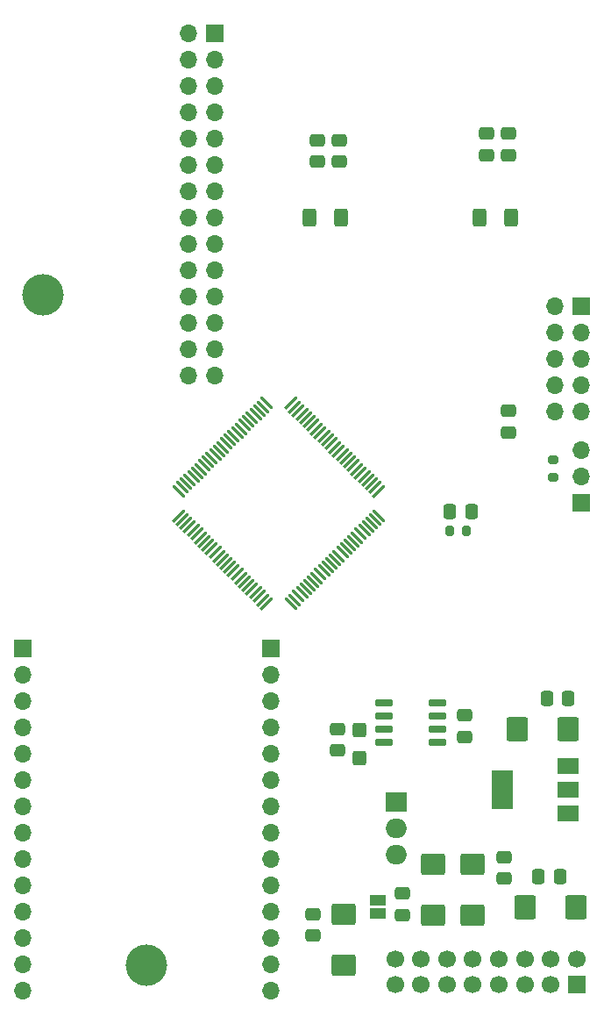
<source format=gbr>
%TF.GenerationSoftware,KiCad,Pcbnew,(6.0.6)*%
%TF.CreationDate,2022-11-26T14:51:24+01:00*%
%TF.ProjectId,wt,77742e6b-6963-4616-945f-706362585858,rev?*%
%TF.SameCoordinates,Original*%
%TF.FileFunction,Soldermask,Bot*%
%TF.FilePolarity,Negative*%
%FSLAX46Y46*%
G04 Gerber Fmt 4.6, Leading zero omitted, Abs format (unit mm)*
G04 Created by KiCad (PCBNEW (6.0.6)) date 2022-11-26 14:51:24*
%MOMM*%
%LPD*%
G01*
G04 APERTURE LIST*
G04 Aperture macros list*
%AMRoundRect*
0 Rectangle with rounded corners*
0 $1 Rounding radius*
0 $2 $3 $4 $5 $6 $7 $8 $9 X,Y pos of 4 corners*
0 Add a 4 corners polygon primitive as box body*
4,1,4,$2,$3,$4,$5,$6,$7,$8,$9,$2,$3,0*
0 Add four circle primitives for the rounded corners*
1,1,$1+$1,$2,$3*
1,1,$1+$1,$4,$5*
1,1,$1+$1,$6,$7*
1,1,$1+$1,$8,$9*
0 Add four rect primitives between the rounded corners*
20,1,$1+$1,$2,$3,$4,$5,0*
20,1,$1+$1,$4,$5,$6,$7,0*
20,1,$1+$1,$6,$7,$8,$9,0*
20,1,$1+$1,$8,$9,$2,$3,0*%
G04 Aperture macros list end*
%ADD10C,4.000000*%
%ADD11R,1.700000X1.700000*%
%ADD12O,1.700000X1.700000*%
%ADD13RoundRect,0.250000X0.475000X-0.337500X0.475000X0.337500X-0.475000X0.337500X-0.475000X-0.337500X0*%
%ADD14RoundRect,0.200000X0.200000X0.275000X-0.200000X0.275000X-0.200000X-0.275000X0.200000X-0.275000X0*%
%ADD15RoundRect,0.250000X-0.787500X-0.925000X0.787500X-0.925000X0.787500X0.925000X-0.787500X0.925000X0*%
%ADD16RoundRect,0.250000X-0.337500X-0.475000X0.337500X-0.475000X0.337500X0.475000X-0.337500X0.475000X0*%
%ADD17RoundRect,0.250000X-0.475000X0.337500X-0.475000X-0.337500X0.475000X-0.337500X0.475000X0.337500X0*%
%ADD18RoundRect,0.250000X-0.400000X-0.625000X0.400000X-0.625000X0.400000X0.625000X-0.400000X0.625000X0*%
%ADD19RoundRect,0.075000X0.565685X-0.459619X-0.459619X0.565685X-0.565685X0.459619X0.459619X-0.565685X0*%
%ADD20RoundRect,0.075000X0.565685X0.459619X0.459619X0.565685X-0.565685X-0.459619X-0.459619X-0.565685X0*%
%ADD21RoundRect,0.250000X0.337500X0.475000X-0.337500X0.475000X-0.337500X-0.475000X0.337500X-0.475000X0*%
%ADD22RoundRect,0.250000X0.925000X-0.787500X0.925000X0.787500X-0.925000X0.787500X-0.925000X-0.787500X0*%
%ADD23RoundRect,0.150000X0.725000X0.150000X-0.725000X0.150000X-0.725000X-0.150000X0.725000X-0.150000X0*%
%ADD24R,2.000000X1.905000*%
%ADD25O,2.000000X1.905000*%
%ADD26C,1.700000*%
%ADD27RoundRect,0.250000X-0.925000X0.787500X-0.925000X-0.787500X0.925000X-0.787500X0.925000X0.787500X0*%
%ADD28RoundRect,0.200000X0.275000X-0.200000X0.275000X0.200000X-0.275000X0.200000X-0.275000X-0.200000X0*%
%ADD29RoundRect,0.250000X-0.425000X0.450000X-0.425000X-0.450000X0.425000X-0.450000X0.425000X0.450000X0*%
%ADD30R,2.000000X1.500000*%
%ADD31R,2.000000X3.800000*%
%ADD32RoundRect,0.250000X0.787500X0.925000X-0.787500X0.925000X-0.787500X-0.925000X0.787500X-0.925000X0*%
%ADD33R,1.500000X1.000000*%
G04 APERTURE END LIST*
D10*
%TO.C,REF\u002A\u002A*%
X15134713Y75136886D03*
%TD*%
D11*
%TO.C,BackBoard_2*%
X13207600Y41000000D03*
D12*
X13207600Y38460000D03*
X13207600Y35920000D03*
X13207600Y33380000D03*
X13207600Y30840000D03*
X13207600Y28300000D03*
X13207600Y25760000D03*
X13207600Y23220000D03*
X13207600Y20680000D03*
X13207600Y18140000D03*
X13207600Y15600000D03*
X13207600Y13060000D03*
X13207600Y10520000D03*
X13207600Y7980000D03*
%TD*%
D11*
%TO.C,BackBoard_1*%
X31750000Y100402600D03*
D12*
X29210000Y100402600D03*
X31750000Y97862600D03*
X29210000Y97862600D03*
X31750000Y95322600D03*
X29210000Y95322600D03*
X31750000Y92782600D03*
X29210000Y92782600D03*
X31750000Y90242600D03*
X29210000Y90242600D03*
X31750000Y87702600D03*
X29210000Y87702600D03*
X31750000Y85162600D03*
X29210000Y85162600D03*
X31750000Y82622600D03*
X29210000Y82622600D03*
X31750000Y80082600D03*
X29210000Y80082600D03*
X31750000Y77542600D03*
X29210000Y77542600D03*
X31750000Y75002600D03*
X29210000Y75002600D03*
X31750000Y72462600D03*
X29210000Y72462600D03*
X31750000Y69922600D03*
X29210000Y69922600D03*
X31750000Y67382600D03*
X29210000Y67382600D03*
%TD*%
D10*
%TO.C,REF\u002A\u002A*%
X25095200Y10429200D03*
%TD*%
D11*
%TO.C,BackBoard_3*%
X37159800Y41000000D03*
D12*
X37159800Y38460000D03*
X37159800Y35920000D03*
X37159800Y33380000D03*
X37159800Y30840000D03*
X37159800Y28300000D03*
X37159800Y25760000D03*
X37159800Y23220000D03*
X37159800Y20680000D03*
X37159800Y18140000D03*
X37159800Y15600000D03*
X37159800Y13060000D03*
X37159800Y10520000D03*
X37159800Y7980000D03*
%TD*%
D13*
%TO.C,C27*%
X43713400Y87964100D03*
X43713400Y90039100D03*
%TD*%
D14*
%TO.C,R3*%
X56019200Y52349400D03*
X54369200Y52349400D03*
%TD*%
D13*
%TO.C,C40*%
X59664600Y18825300D03*
X59664600Y20900300D03*
%TD*%
D15*
%TO.C,C25*%
X61697900Y16002000D03*
X66622900Y16002000D03*
%TD*%
D13*
%TO.C,C26*%
X60045600Y88624500D03*
X60045600Y90699500D03*
%TD*%
D16*
%TO.C,C3*%
X54410700Y54254400D03*
X56485700Y54254400D03*
%TD*%
D17*
%TO.C,C16*%
X55880000Y34565500D03*
X55880000Y32490500D03*
%TD*%
D18*
%TO.C,R10*%
X57251000Y82575400D03*
X60351000Y82575400D03*
%TD*%
D19*
%TO.C,U4*%
X47566485Y53831996D03*
X47212932Y53478443D03*
X46859378Y53124889D03*
X46505825Y52771336D03*
X46152272Y52417783D03*
X45798718Y52064229D03*
X45445165Y51710676D03*
X45091611Y51357122D03*
X44738058Y51003569D03*
X44384505Y50650016D03*
X44030951Y50296462D03*
X43677398Y49942909D03*
X43323845Y49589355D03*
X42970291Y49235802D03*
X42616738Y48882249D03*
X42263184Y48528695D03*
X41909631Y48175142D03*
X41556078Y47821589D03*
X41202524Y47468035D03*
X40848971Y47114482D03*
X40495417Y46760928D03*
X40141864Y46407375D03*
X39788311Y46053822D03*
X39434757Y45700268D03*
X39081204Y45346715D03*
D20*
X36712396Y45346715D03*
X36358843Y45700268D03*
X36005289Y46053822D03*
X35651736Y46407375D03*
X35298183Y46760928D03*
X34944629Y47114482D03*
X34591076Y47468035D03*
X34237522Y47821589D03*
X33883969Y48175142D03*
X33530416Y48528695D03*
X33176862Y48882249D03*
X32823309Y49235802D03*
X32469755Y49589355D03*
X32116202Y49942909D03*
X31762649Y50296462D03*
X31409095Y50650016D03*
X31055542Y51003569D03*
X30701989Y51357122D03*
X30348435Y51710676D03*
X29994882Y52064229D03*
X29641328Y52417783D03*
X29287775Y52771336D03*
X28934222Y53124889D03*
X28580668Y53478443D03*
X28227115Y53831996D03*
D19*
X28227115Y56200804D03*
X28580668Y56554357D03*
X28934222Y56907911D03*
X29287775Y57261464D03*
X29641328Y57615017D03*
X29994882Y57968571D03*
X30348435Y58322124D03*
X30701989Y58675678D03*
X31055542Y59029231D03*
X31409095Y59382784D03*
X31762649Y59736338D03*
X32116202Y60089891D03*
X32469755Y60443445D03*
X32823309Y60796998D03*
X33176862Y61150551D03*
X33530416Y61504105D03*
X33883969Y61857658D03*
X34237522Y62211211D03*
X34591076Y62564765D03*
X34944629Y62918318D03*
X35298183Y63271872D03*
X35651736Y63625425D03*
X36005289Y63978978D03*
X36358843Y64332532D03*
X36712396Y64686085D03*
D20*
X39081204Y64686085D03*
X39434757Y64332532D03*
X39788311Y63978978D03*
X40141864Y63625425D03*
X40495417Y63271872D03*
X40848971Y62918318D03*
X41202524Y62564765D03*
X41556078Y62211211D03*
X41909631Y61857658D03*
X42263184Y61504105D03*
X42616738Y61150551D03*
X42970291Y60796998D03*
X43323845Y60443445D03*
X43677398Y60089891D03*
X44030951Y59736338D03*
X44384505Y59382784D03*
X44738058Y59029231D03*
X45091611Y58675678D03*
X45445165Y58322124D03*
X45798718Y57968571D03*
X46152272Y57615017D03*
X46505825Y57261464D03*
X46859378Y56907911D03*
X47212932Y56554357D03*
X47566485Y56200804D03*
%TD*%
D17*
%TO.C,C32*%
X60071000Y63953300D03*
X60071000Y61878300D03*
%TD*%
D11*
%TO.C,J2*%
X67111800Y74061400D03*
D12*
X64571800Y74061400D03*
X67111800Y71521400D03*
X64571800Y71521400D03*
X67111800Y68981400D03*
X64571800Y68981400D03*
X67111800Y66441400D03*
X64571800Y66441400D03*
X67111800Y63901400D03*
X64571800Y63901400D03*
%TD*%
D11*
%TO.C,JP1*%
X67106800Y55031399D03*
D12*
X67106800Y57571399D03*
X67106800Y60111399D03*
%TD*%
D21*
%TO.C,C30*%
X65858300Y36169600D03*
X63783300Y36169600D03*
%TD*%
D22*
%TO.C,C24*%
X56642000Y15241300D03*
X56642000Y20166300D03*
%TD*%
D16*
%TO.C,C41*%
X62970500Y18973800D03*
X65045500Y18973800D03*
%TD*%
D23*
%TO.C,U17*%
X53222600Y35763200D03*
X53222600Y34493200D03*
X53222600Y33223200D03*
X53222600Y31953200D03*
X48072600Y31953200D03*
X48072600Y33223200D03*
X48072600Y34493200D03*
X48072600Y35763200D03*
%TD*%
D22*
%TO.C,C42*%
X52806600Y15241300D03*
X52806600Y20166300D03*
%TD*%
D18*
%TO.C,R9*%
X40817200Y82575400D03*
X43917200Y82575400D03*
%TD*%
D24*
%TO.C,U18*%
X49255800Y26187400D03*
D25*
X49255800Y23647400D03*
X49255800Y21107400D03*
%TD*%
D17*
%TO.C,C19*%
X43597600Y33244700D03*
X43597600Y31169700D03*
%TD*%
D11*
%TO.C,U16*%
X66640600Y8579800D03*
D26*
X66640600Y11079800D03*
X64140600Y8579800D03*
X64140600Y11079800D03*
X61640600Y8579800D03*
X61640600Y11079800D03*
X59140600Y8579800D03*
X59140600Y11079800D03*
X56640600Y8579800D03*
X56640600Y11079800D03*
X54140600Y8579800D03*
X54140600Y11079800D03*
X51640600Y8579800D03*
X51640600Y11079800D03*
X49140600Y8579800D03*
X49140600Y11079800D03*
%TD*%
D17*
%TO.C,C20*%
X57937400Y90699500D03*
X57937400Y88624500D03*
%TD*%
D27*
%TO.C,C21*%
X44196000Y15391100D03*
X44196000Y10466100D03*
%TD*%
D28*
%TO.C,R1*%
X64414400Y57544200D03*
X64414400Y59194200D03*
%TD*%
D29*
%TO.C,C18*%
X45717600Y33137200D03*
X45717600Y30437200D03*
%TD*%
D30*
%TO.C,U19*%
X65811800Y29655800D03*
X65811800Y27355800D03*
X65811800Y25055800D03*
D31*
X59511800Y27355800D03*
%TD*%
D32*
%TO.C,C22*%
X65810100Y33248600D03*
X60885100Y33248600D03*
%TD*%
D13*
%TO.C,C29*%
X49834800Y15294700D03*
X49834800Y17369700D03*
%TD*%
D17*
%TO.C,C28*%
X41656000Y90039100D03*
X41656000Y87964100D03*
%TD*%
D33*
%TO.C,JP2*%
X47421800Y16728200D03*
X47421800Y15428200D03*
%TD*%
D17*
%TO.C,C31*%
X41173400Y15363100D03*
X41173400Y13288100D03*
%TD*%
M02*

</source>
